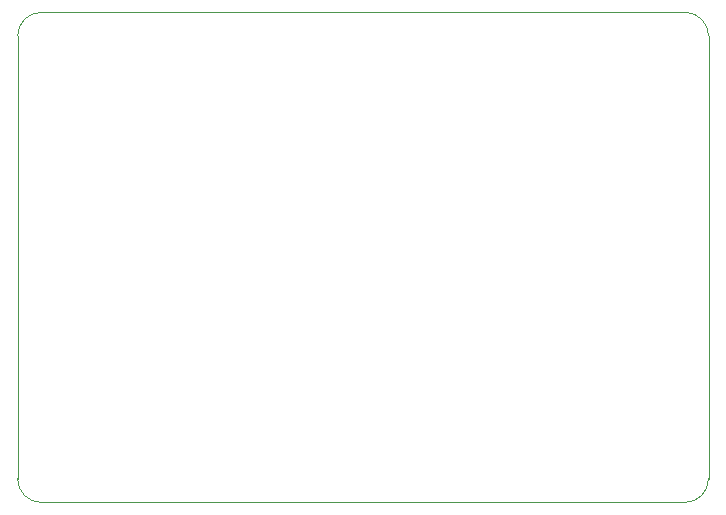
<source format=gm1>
%TF.GenerationSoftware,KiCad,Pcbnew,9.0.3*%
%TF.CreationDate,2025-09-14T12:06:08+10:00*%
%TF.ProjectId,WashingLineMonitor-P0001,57617368-696e-4674-9c69-6e654d6f6e69,AB*%
%TF.SameCoordinates,Original*%
%TF.FileFunction,Profile,NP*%
%FSLAX46Y46*%
G04 Gerber Fmt 4.6, Leading zero omitted, Abs format (unit mm)*
G04 Created by KiCad (PCBNEW 9.0.3) date 2025-09-14 12:06:08*
%MOMM*%
%LPD*%
G01*
G04 APERTURE LIST*
%TA.AperFunction,Profile*%
%ADD10C,0.050000*%
%TD*%
G04 APERTURE END LIST*
D10*
X37000000Y-16000000D02*
G75*
G02*
X39000000Y-14000000I2000000J0D01*
G01*
X39000000Y-55500000D02*
G75*
G02*
X37000000Y-53500000I0J2000000D01*
G01*
X93500000Y-55500000D02*
X39000000Y-55500000D01*
X95500000Y-16000000D02*
X95500000Y-53500000D01*
X95500000Y-53500000D02*
G75*
G02*
X93500000Y-55500000I-2000000J0D01*
G01*
X39000000Y-14000000D02*
X93500000Y-14000000D01*
X37000000Y-53500000D02*
X37000000Y-16000000D01*
X93500000Y-14000000D02*
G75*
G02*
X95500000Y-16000000I0J-2000000D01*
G01*
M02*

</source>
